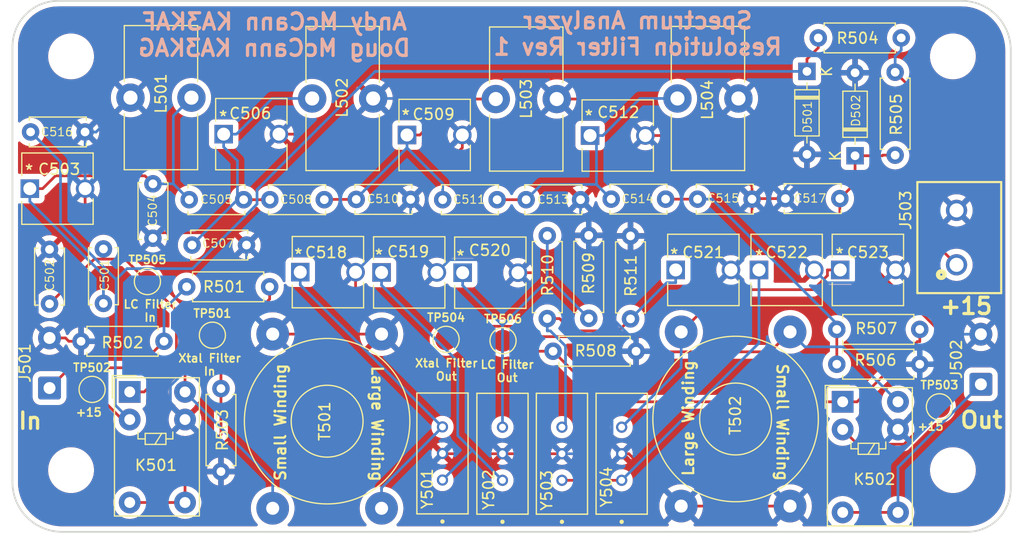
<source format=kicad_pcb>
(kicad_pcb (version 20240108) (generator "pcbnew") (generator_version "8.0")
  (title_block (title "Spectrum Analyzer Resolution Filter") (date "2022-12-11") (rev "0") (company "Andy McCann KA3KAF Doug McCann KA3KAG") (comment 1 "Rev 1 - fix xtal gnd pin and +15 silkscreen") (comment 2 "Wes Hayward W7ZOI") (comment 3 "Original Design By"))
  (layers (0 "F.Cu" signal) (31 "B.Cu" signal) (34 "B.Paste" user) (35 "F.Paste" user) (36 "B.SilkS" user "B.Silkscreen") (37 "F.SilkS" user "F.Silkscreen") (38 "B.Mask" user) (39 "F.Mask" user) (44 "Edge.Cuts" user))
  (net 0 "")
  (net 1 "/300kHz In")
  (net 2 "Net-(C501-Pad2)")
  (net 3 "GND")
  (net 4 "/501-in")
  (net 5 "Net-(C505-Pad2)")
  (net 6 "Net-(C514-Pad2)")
  (net 7 "Net-(C508-Pad2)")
  (net 8 "/502-in")
  (net 9 "Net-(C511-Pad2)")
  (net 10 "Net-(C519-Pad1)")
  (net 11 "/VIn")
  (net 12 "Net-(C520-Pad1)")
  (net 13 "Net-(C521-Pad1)")
  (net 14 "Net-(K501-Pad5)")
  (net 15 "Net-(C522-Pad1)")
  (net 16 "Net-(C523-Pad1)")
  (net 17 "Net-(J502-Pad1)")
  (net 18 "Net-(C524-Pad3)")
  (net 19 "/30kHz In")
  (net 20 "/300kHz Out")
  (net 21 "/30Khz Out")
  (net 22 "Net-(C518-Pad1)")
  (footprint "resolution-filters:GKG60015" (layer "F.Cu") (at 162.0359 88.1125)
    (property "Reference" "C521")
    (property "Value" "1.8p-10p" (hide yes))
  )
  (footprint "resolution-filters:GKG60015" (layer "F.Cu") (at 120.5169 75.6412)
    (property "Reference" "C506")
    (property "Value" "12p-60p" (hide yes))
  )
  (footprint "Inductor_THT:L_Toroid_Vertical_L13.0mm_W6.5mm_P5.60mm" (layer "F.Cu") (at 117.5572 72.2884 -90)
    (property "Reference" "L501")
    (property "Value" "1.15u")
  )
  (footprint "Resistor_THT:R_Axial_DIN0207_L6.3mm_D2.5mm_P7.62mm_Horizontal" (layer "F.Cu") (at 176.8348 96.774)
    (property "Reference" "R506")
    (property "Value" "10M")
  )
  (footprint "MountingHole:MountingHole_3.2mm_M3" (layer "F.Cu") (at 187.5 68.5)
    (property "Reference" "H503" (hide yes))
    (property "Value" "MountingHole")
  )
  (footprint "Resistor_THT:R_Axial_DIN0207_L6.3mm_D2.5mm_P7.62mm_Horizontal" (layer "F.Cu") (at 115.0366 94.6658 180)
    (property "Reference" "R502")
    (property "Value" "150")
  )
  (footprint "TestPoint:TestPoint_Pad_D2.0mm" (layer "F.Cu") (at 140.9446 94.488)
    (property "Reference" "TP504")
    (property "Value" "TestPoint")
  )
  (footprint "MountingHole:MountingHole_3.2mm_M3" (layer "F.Cu") (at 106.5 106.5)
    (property "Reference" "H502" (hide yes))
    (property "Value" "MountingHole")
  )
  (footprint "resolution-filters:GKG60015" (layer "F.Cu") (at 169.6875 88.1125)
    (property "Reference" "C522")
    (property "Value" "1.8p-10p" (hide yes))
  )
  (footprint "resolution-filters:GKG60015" (layer "F.Cu") (at 135.0203 88.3412)
    (property "Reference" "C519")
    (property "Value" "1.8p-10p" (hide yes))
  )
  (footprint "Resistor_THT:R_Axial_DIN0207_L6.3mm_D2.5mm_P7.62mm_Horizontal" (layer "F.Cu") (at 175.133 66.802)
    (property "Reference" "R504")
    (property "Value" "270")
  )
  (footprint "TestPoint:TestPoint_Pad_D2.0mm" (layer "F.Cu") (at 108.4326 99.0854)
    (property "Reference" "TP502")
    (property "Value" "TestPoint")
  )
  (footprint "Inductor_THT:L_Toroid_Vertical_L13.0mm_W6.5mm_P5.60mm" (layer "F.Cu") (at 145.5106 72.4154 90)
    (property "Reference" "L503")
    (property "Value" "1.15u")
  )
  (footprint "TestPoint:TestPoint_Pad_D2.0mm" (layer "F.Cu") (at 146.177 94.615)
    (property "Reference" "TP506")
    (property "Value" "TestPoint")
  )
  (footprint "Capacitor_THT:C_Disc_D5.0mm_W2.5mm_P5.00mm" (layer "F.Cu") (at 102.783 75.438)
    (property "Reference" "C516")
    (property "Value" ".1u")
  )
  (footprint "resolution-filters:GKG60015" (layer "F.Cu") (at 154.1719 75.7682)
    (property "Reference" "C512")
    (property "Value" "12p-60p" (hide yes))
  )
  (footprint "Resistor_THT:R_Axial_DIN0207_L6.3mm_D2.5mm_P7.62mm_Horizontal" (layer "F.Cu") (at 120.269 99.0092 -90)
    (property "Reference" "R503")
    (property "Value" "150")
  )
  (footprint "resolution-filters:GKG60015" (layer "F.Cu") (at 137.3571 75.7174)
    (property "Reference" "C509")
    (property "Value" "12p-60p" (hide yes))
  )
  (footprint "TestPoint:TestPoint_Pad_D2.0mm" (layer "F.Cu") (at 119.4816 94.107)
    (property "Reference" "TP501")
    (property "Value" "TestPoint")
  )
  (footprint "Inductor_THT:L_Toroid_Vertical_L13.0mm_W6.5mm_P5.60mm" (layer "F.Cu") (at 128.645 72.3646 90)
    (property "Reference" "L502")
    (property "Value" "1.15u")
  )
  (footprint "Capacitor_THT:C_Disc_D5.0mm_W2.5mm_P5.00mm" (layer "F.Cu") (at 164.0478 81.6102)
    (property "Reference" "C515")
    (property "Value" "120p")
  )
  (footprint "Capacitor_THT:C_Disc_D5.0mm_W2.5mm_P5.00mm" (layer "F.Cu") (at 177.1142 81.5594 180)
    (property "Reference" "C517")
    (property "Value" ".1u")
  )
  (footprint "resolution-filters:XTAL_ECS-10.7-7.5B" (layer "F.Cu") (at 151.5872 104.9959 90)
    (property "Reference" "Y503")
    (property "Value" "10.7MHz")
  )
  (footprint "Resistor_THT:R_Axial_DIN0207_L6.3mm_D2.5mm_P7.62mm_Horizontal" (layer "F.Cu") (at 150.7744 95.5802)
    (property "Reference" "R508")
    (property "Value" "10M")
  )
  (footprint "Connector_Wire:SolderWire-0.5sqmm_1x02_P4.6mm_D0.9mm_OD2.1mm" (layer "F.Cu") (at 104.521 98.961 90)
    (property "Reference" "J501")
    (property "Value" "Conn_Coaxial")
  )
  (footprint "Resistor_THT:R_Axial_DIN0207_L6.3mm_D2.5mm_P7.62mm_Horizontal" (layer "F.Cu") (at 150.241 84.963 -90)
    (property "Reference" "R510")
    (property "Value" "2.2k")
  )
  (footprint "Resistor_THT:R_Axial_DIN0207_L6.3mm_D2.5mm_P7.62mm_Horizontal" (layer "F.Cu") (at 117.1194 89.662)
    (property "Reference" "R501")
    (property "Value" "36")
  )
  (footprint "Capacitor_THT:C_Disc_D5.0mm_W2.5mm_P5.00mm" (layer "F.Cu") (at 148.2998 81.661)
    (property "Reference" "C513")
    (property "Value" "100p")
  )
  (footprint "Transformer_THT:Transformer_Toroid_Horizontal_D14.0mm_Amidon-T50" (layer "F.Cu") (at 125.0188 94.0054 -90)
    (property "Reference" "T501")
    (property "Value" "Transformer_1P_1S")
  )
  (footprint "resolution-filters:GKG60015" (layer "F.Cu") (at 127.5527 88.3158)
    (property "Reference" "C518")
    (property "Value" "1.8p-10p" (hide yes))
  )
  (footprint "Capacitor_THT:C_Disc_D5.0mm_W2.5mm_P5.00mm" (layer "F.Cu") (at 117.3518 81.6609)
    (property "Reference" "C505")
    (property "Value" "5.6p")
  )
  (footprint "Capacitor_THT:C_Disc_D5.0mm_W2.5mm_P5.00mm" (layer "F.Cu") (at 124.7587 81.6609)
    (property "Reference" "C508")
    (property "Value" "3.3p")
  )
  (footprint "Capacitor_THT:C_Disc_D5.0mm_W2.5mm_P5.00mm" (layer "F.Cu") (at 114.0206 80.2024 -90)
    (property "Reference" "C504")
    (property "Value" "100p")
  )
  (footprint "Capacitor_THT:C_Disc_D5.0mm_W2.5mm_P5.00mm" (layer "F.Cu") (at 117.6166 85.8266)
    (property "Reference" "C507")
    (property "Value" "150p")
  )
  (footprint "resolution-filters:XTAL_ECS-10.7-7.5B" (layer "F.Cu") (at 157.0736 104.9959 90)
    (property "Reference" "Y504")
    (property "Value" "10.7MHz")
  )
  (footprint "MountingHole:MountingHole_3.2mm_M3" (layer "F.Cu") (at 106.5 68.5)
    (property "Reference" "H501" (hide yes))
    (property "Value" "MountingHole")
  )
  (footprint "Capacitor_THT:C_Disc_D5.0mm_W2.5mm_P5.00mm" (layer "F.Cu") (at 132.6934 81.6356)
    (property "Reference" "C510")
    (property "Value" "150p")
  )
  (footprint "Resistor_THT:R_Axial_DIN0207_L6.3mm_D2.5mm_P7.62mm_Horizontal" (layer "F.Cu") (at 157.8864 92.6084 90)
    (property "Reference" "R511")
    (property "Value" "9.1k")
  )
  (footprint "Capacitor_THT:C_Disc_D5.0mm_W2.5mm_P5.00mm" (layer "F.Cu") (at 109.474 86.186 -90)
    (property "Reference" "C501")
    (property "Value" "56p")
  )
  (footprint "Transformer_THT:Transformer_Toroid_Horizontal_D14.0mm_Amidon-T50" (layer "F.Cu") (at 172.5384 109.8032 90)
    (property "Reference" "T502")
    (property "Value" "Transformer_1P_1S")
  )
  (footprint "Connector_Wire:SolderWire-0.5sqmm_1x02_P4.6mm_D0.9mm_OD2.1mm" (layer "F.Cu") (at 190.0682 98.6168 90)
    (property "Reference" "J502")
    (property "Value" "Conn_Coaxial")
  )
  (footprint "TestPoint:TestPoint_Pad_D2.0mm" (layer "F.Cu") (at 186.2582 100.6856)
    (property "Reference" "TP503")
    (property "Value" "TestPoint")
  )
  (footprint "TestPoint:TestPoint_Pad_D2.0mm" (layer "F.Cu") (at 113.5126 89.1794)
    (property "Reference" "TP505")
    (property "Value" "TestPoint")
  )
  (footprint "resolution-filters:XTAL_ECS-10.7-7.5B" (layer "F.Cu") (at 140.6144 104.9705 90)
    (property "Reference" "Y501")
    (property "Value" "10.7MHz")
  )
  (footprint "Resistor_THT:R_Axial_DIN0207_L6.3mm_D2.5mm_P7.62mm_Horizontal" (layer "F.Cu") (at 176.8348 93.5736)
    (property "Reference" "R507")
    (property "Value" "0")
  )
  (footprint "Capacitor_THT:C_Disc_D5.0mm_W2.5mm_P5.00mm" (layer "F.Cu") (at 156.1122 81.6102)
    (property "Reference" "C514")
    (property "Value" "56p")
  )
  (footprint "Capacitor_THT:C_Disc_D5.0mm_W2.5mm_P5.00mm" (layer "F.Cu") (at 140.6337 81.6609)
    (property "Reference" "C511")
    (property "Value" "5.6p")
  )
  (footprint "Diode_THT:D_DO-35_SOD27_P7.62mm_Horizontal" (layer "F.Cu") (at 174.0916 69.8754 -90)
    (property "Reference" "D501")
    (property "Value" "1N4148")
  )
  (footprint "Relay_THT:Relay_SPDT_Omron_G5V-1" (layer "F.Cu") (at 111.887 99.314)
    (property "Reference" "K501")
    (property "Value" "G5V-1")
  )
  (footprint "resolution-filters:GKG60015" (layer "F.Cu") (at 142.4686 88.3666)
    (property "Reference" "C520")
    (property "Value" "1.8p-10p" (hide yes))
  )
  (footprint "Resistor_THT:R_Axial_DIN0207_L6.3mm_D2.5mm_P7.62mm_Horizontal" (layer "F.Cu") (at 154.051 92.5576 90)
    (property "Reference" "R509")
    (property "Value" "9.1k")
  )
  (footprint "Inductor_THT:L_Toroid_Vertical_L13.0mm_W6.5mm_P5.60mm" (layer "F.Cu") (at 162.1984 72.3646 90)
    (property "Reference" "L504")
    (property "Value" "1.15u")
  )
  (footprint "resolution-filters:GKG60015" (layer "F.Cu") (at 177.1489 88.1125)
    (property "Reference" "C523")
    (property "Value" "1.8p-10p" (hide yes))
  )
  (footprint "Resistor_THT:R_Axial_DIN0207_L6.3mm_D2.5mm_P7.62mm_Horizontal" (layer "F.Cu") (at 182.1942 69.9516 -90)
    (property "Reference" "R505")
    (property "Value" "270")
  )
  (footprint "MountingHole:MountingHole_3.2mm_M3" (layer "F.Cu") (at 187.5 106.5)
    (property "Reference" "H504" (hide yes))
    (property "Value" "MountingHole")
  )
  (footprint "resolution-filters:691137710002" (layer "F.Cu") (at 187.833 85.1408 90)
    (property "Reference" "J503")
    (property "Value" "Terminal Block")
    (property "VALUE" "691137710002" (hide yes))
  )
  (footprint "Diode_THT:D_DO-35_SOD27_P7.62mm_Horizontal" (layer "F.Cu") (at 178.5112 77.6224 90)
    (property "Reference" "D502")
    (property "Value" "1N4148")
  )
  (footprint "Capacitor_THT:C_Disc_D5.0mm_W2.5mm_P5.00mm" (layer "F.Cu") (at 104.521 91.226 90)
    (property "Reference" "C502")
    (property "Value" "120p")
  )
  (footprint "resolution-filters:GKG60015" (layer "F.Cu") (at 102.7115 80.645)
    (property "Reference" "C503")
    (property "Value" "12p-60p" (hide yes))
  )
  (footprint "Relay_THT:Relay_SPDT_Omron_G5V-1" (layer "F.Cu") (at 177.3737 100.2239)
    (property "Reference" "K502")
    (property "Value" "G5V-1")
  )
  (footprint "resolution-filters:XTAL_ECS-10.7-7.5B" (layer "F.Cu") (at 146.1262 104.9958 90)
    (property "Reference" "Y502")
    (property "Value" "10.7MHz")
  )
  (gr_arc (start 101.117263 67.604851) (mid 102.349348 64.630345) (end 105.323854 63.39826) (stroke (width 0.16)) (layer "Edge.Cuts"))
  (gr_line (start 188.301482 63.39826) (end 105.323854 63.39826) (stroke (width 0.16)) (layer "Edge.Cuts"))
  (gr_arc (start 105.669624 112.16626) (mid 102.45063 110.832893) (end 101.117263 107.613899) (stroke (width 0.16)) (layer "Edge.Cuts"))
  (gr_line (start 192.811263 108.177585) (end 192.811263 67.908041) (stroke (width 0.16)) (layer "Edge.Cuts"))
  (gr_arc (start 192.811263 108.177585) (mid 191.643 110.998) (end 188.822588 112.16626) (stroke (width 0.16)) (layer "Edge.Cuts"))
  (gr_arc (start 188.301482 63.39826) (mid 191.490367 64.719153) (end 192.811263 67.908041) (stroke (width 0.16)) (layer "Edge.Cuts"))
  (gr_line (start 101.117263 67.604851) (end 101.117263 107.613899) (stroke (width 0.16)) (layer "Edge.Cuts"))
  (gr_line (start 105.669624 112.16626) (end 188.822588 112.16626) (stroke (width 0.16)) (layer "Edge.Cuts"))
  (gr_text "Andy McCann KA3KAF\nDoug McCann KA3KAG" (at 125.1712 66.5226 0) (layer "B.SilkS") (effects (font (size 1.5 1.5) (thickness 0.3)) (justify mirror)))
  (gr_text "Spectrum Analyzer\nResolution Filter Rev 1" (at 158.5468 66.421 0) (layer "B.SilkS") (effects (font (size 1.5 1.5) (thickness 0.3)) (justify mirror)))
  (gr_text "Large Winding" (at 163.195 101.727 90) (layer "F.SilkS") (effects (font (size 1 1) (thickness 0.2))))
  (gr_text "Small Winding" (at 171.831 102.108 270) (layer "F.SilkS") (effects (font (size 1 1) (thickness 0.2))))
  (gr_text "Large Winding" (at 134.62 102.235 270) (layer "F.SilkS") (effects (font (size 1 1) (thickness 0.2))))
  (gr_text "Small Winding" (at 125.73 102.108 90) (layer "F.SilkS") (effects (font (size 1 1) (thickness 0.2))))
  (gr_text "+15" (at 185.4454 102.489 0) (layer "F.SilkS") (effects (font (size 0.75 0.75))))
  (gr_text "LC Filter\nOut" (at 146.558 97.409 0) (layer "F.SilkS") (effects (font (size 0.75 0.75))))
  (gr_text "+15" (at 108.1278 101.1936 0) (layer "F.SilkS") (effects (font (size 0.75 0.75))))
  (gr_text "+15" (at 188.722 91.44 0) (layer "F.SilkS") (effects (font (size 1.5 1.5) (thickness 0.3))))
  (gr_text "Out" (at 190.119 101.9048 0) (layer "F.SilkS") (effects (font (size 1.5 1.5) (thickness 0.3))))
  (gr_text "Xtal Filter\nOut" (at 140.97 97.282 0) (layer "F.SilkS") (effects (font (size 0.75 0.75))))
  (gr_text "In" (at 102.743 101.981 0) (layer "F.SilkS") (effects (font (size 1.5 1.5) (thickness 0.3))))
  (gr_text "Xtal Filter\nIn" (at 119.2276 96.8248 0) (layer "F.SilkS") (effects (font (size 0.75 0.75))))
  (gr_text "LC Filter\nIn" (at 113.7666 91.8718 0) (layer "F.SilkS") (effects (font (size 0.75 0.75))))
  (segment (start 111.4509 87.1177) (end 113.5126 89.1794) (width 0.25) (layer "F.Cu") (net 1))
  (segment (start 111.887 99.314) (end 113.2123 99.314) (width 0.25) (layer "F.Cu") (net 1))
  (segment (start 116.1786 96.3477) (end 116.1786 91.8454) (width 0.25) (layer "F.Cu") (net 1))
  (segment (start 116.1786 91.8454) (end 113.5126 89.1794) (width 0.25) (layer "F.Cu") (net 1))
  (segment (start 109.474 87.1177) (end 111.4509 87.1177) (width 0.25) (layer "F.Cu") (net 1))
  (segment (start 109.474 87.1177) (end 109.474 86.186) (width 0.25) (layer "F.Cu") (net 1))
  (segment (start 108.6293 87.1177) (end 109.474 87.1177) (width 0.25) (layer "F.Cu") (net 1))
  (segment (start 113.2123 99.314) (end 116.1786 96.3477) (width 0.25) (layer "F.Cu") (net 1))
  (segment (start 104.521 91.226) (end 108.6293 87.1177) (width 0.25) (layer "F.Cu") (net 1))
  (segment (start 102.7115 80.645) (end 103.8877 80.645) (width 0.25) (layer "F.Cu") (net 2))
  (segment (start 113.287 79.4688) (end 105.0639 79.4688) (width 0.25) (layer "F.Cu") (net 2))
  (segment (start 114.0206 80.2024) (end 113.287 79.4688) (width 0.25) (layer "F.Cu") (net 2))
  (segment (start 105.0639 79.4688) (end 103.8877 80.645) (width 0.25) (layer "F.Cu") (net 2))
  (segment (start 102.7115 81.8212) (end 109.474 88.5837) (width 0.25) (layer "B.Cu") (net 2))
  (segment (start 115.8933 80.2024) (end 115.8933 73.9523) (width 0.25) (layer "B.Cu") (net 2))
  (segment (start 115.8933 73.9523) (end 117.5572 72.2884) (width 0.25) (layer "B.Cu") (net 2))
  (segment (start 114.0206 80.2024) (end 115.8933 80.2024) (width 0.25) (layer "B.Cu") (net 2))
  (segment (start 115.8933 80.2024) (end 117.3518 81.6609) (width 0.25) (layer "B.Cu") (net 2))
  (segment (start 109.474 88.5837) (end 109.474 91.186) (width 0.25) (layer "B.Cu") (net 2))
  (segment (start 102.7115 80.645) (end 102.7115 81.8212) (width 0.25) (layer "B.Cu") (net 2))
  (segment (start 174.7675 88.1125) (end 172.8356 86.1806) (width 0.25) (layer "F.Cu") (net 3))
  (segment (start 157.7311 104.9959) (end 162.5384 109.8032) (width 0.25) (layer "F.Cu") (net 3))
  (segment (start 140.6397 104.9958) (end 140.6144 104.9705) (width 0.25) (layer "F.Cu") (net 3))
  (segment (start 174.0916 76.3701) (end 178.5112 71.9505) (width 0.25) (layer "F.Cu") (net 3))
  (segment (start 130.9684 75.6412) (end 125.5969 75.6412) (width 0.25) (layer "F.Cu") (net 3))
  (segment (start 151.5871 104.9958) (end 146.1262 104.9958) (width 0.25) (layer "F.Cu") (net 3))
  (segment (start 104.521 94.361) (end 105.9865 94.361) (width 0.25) (layer "F.Cu") (net 3))
  (segment (start 105.9865 94.361) (end 106.2913 94.6658) (width 0.25) (layer "F.Cu") (net 3))
  (segment (start 107.7915 82.9555) (end 111.7737 82.9555) (width 0.25) (layer "F.Cu") (net 3))
  (segment (start 169.0478 86.1806) (end 167.1159 88.1125) (width 0.25) (layer "F.Cu") (net 3))
  (segment (start 107.7915 82.9555) (end 104.521 86.226) (width 0.25) (layer "F.Cu") (net 3))
  (segment (start 169.0478 81.5594) (end 169.0478 81.6102) (width 0.25) (layer "F.Cu") (net 3))
  (segment (start 159.2519 75.7682) (end 164.3948 75.7682) (width 0.25) (layer "F.Cu") (net 3))
  (segment (start 164.3948 75.7682) (end 167.7984 72.3646) (width 0.25) (layer "F.Cu") (net 3))
  (segment (start 146.1262 104.9958) (end 140.6397 104.9958) (width 0.25) (layer "F.Cu") (net 3))
  (segment (start 114.5283 84.6947) (end 114.0206 85.2024) (width 0.25) (layer "F.Cu") (net 3))
  (segment (start 142.4371 75.7174) (end 142.4371 76.8919) (width 0.25) (layer "F.Cu") (net 3))
  (segment (start 152.9257 84.9376) (end 149.4967 88.3666) (width 0.25) (layer "F.Cu") (net 3))
  (segment (start 155.8991 72.4154) (end 151.1106 72.4154) (width 0.25) (layer "F.Cu") (net 3))
  (segment (start 149.4967 88.3666) (end 147.5486 88.3666) (width 0.25) (layer "F.Cu") (net 3))
  (segment (start 157.0736 104.9959) (end 157.7311 104.9959) (width 0.25) (layer "F.Cu") (net 3))
  (segment (start 151.5872 104.9959) (end 151.5871 104.9958) (width 0.25) (layer "F.Cu") (net 3))
  (segment (start 159.1926 75.7682) (end 159.2519 75.7682) (width 0.25) (layer "F.Cu") (net 3))
  (segment (start 154.051 84.9376) (end 152.9257 84.9376) (width 0.25) (layer "F.Cu") (net 3))
  (segment (start 169.0478 81.6102) (end 169.0478 86.1806) (width 0.25) (layer "F.Cu") (net 3))
  (segment (start 169.0478 81.5594) (end 172.1142 81.5594) (width 0.25) (layer "F.Cu") (net 3))
  (segment (start 132.6327 94.0054) (end 125.0188 94.0054) (width 0.25) (layer "F.Cu") (net 3))
  (segment (start 174.0916 77.4954) (end 174.0916 76.3701) (width 0.25) (layer "F.Cu") (net 3))
  (segment (start 172.5384 109.8032) (end 162.5384 109.8032) (width 0.25) (layer "F.Cu") (net 3))
  (segment (start 164.3948 75.7682) (end 169.0478 80.4212) (width 0.25) (layer "F.Cu") (net 3))
  (segment (start 178.5112 71.9505) (end 178.5112 70.0024) (width 0.25) (layer "F.Cu") (net 3))
  (segment (start 111.7737 82.9555) (end 114.0206 85.2024) (width 0.25) (layer "F.Cu") (net 3))
  (segment (start 132.6327 94.0054) (end 132.6327 88.3158) (width 0.25) (layer "F.Cu") (net 3))
  (segment (start 121.4847 84.6947) (end 114.5283 84.6947) (width 0.25) (layer "F.Cu") (net 3))
  (segment (start 169.0478 80.4212) (end 169.0478 81.5594) (width 0.25) (layer "F.Cu") (net 3))
  (segment (start 134.245 72.3646) (end 130.9684 75.6412) (width 0.25) (layer "F.Cu") (net 3))
  (segment (start 153.2998 81.661) (end 159.1926 75.7682) (width 0.25) (layer "F.Cu") (net 3))
  (segment (start 159.2519 75.7682) (end 155.8991 72.4154) (width 0.25) (layer "F.Cu") (net 3))
  (segment (start 135.0188 94.0054) (end 132.6327 94.0054) (width 0.25) (layer "F.Cu") (net 3))
  (segment (start 142.4371 76.8919) (end 137.6934 81.6356) (width 0.25) (layer "F.Cu") (net 3))
  (segment (start 172.8356 86.1806) (end 169.0478 86.1806) (width 0.25) (layer "F.Cu") (net 3))
  (segment (start 107.7915 80.645) (end 107.7915 82.9555) (width 0.25) (layer "F.Cu") (net 3))
  (segment (start 122.6166 85.8266) (end 121.4847 84.6947) (width 0.25) (layer "F.Cu") (net 3))
  (segment (start 107.4166 94.6658) (end 106.2913 94.6658) (width 0.25) (layer "F.Cu") (net 3))
  (segment (start 137.6934 81.6356) (end 137.6934 85.9343) (width 0.25) (layer "B.Cu") (net 3))
  (segment (start 156.188 98.9119) (end 158.3944 96.7055) (width 0.25) (layer "B.Cu") (net 3))
  (segment (start 139.0843 72.3646) (end 134.245 72.3646) (width 0.25) (layer "B.Cu") (net 3))
  (segment (start 181.0526 92.2465) (end 184.4548 95.6487) (width 0.25) (layer "B.Cu") (net 3))
  (segment (start 190.0682 94.0168) (end 188.3373 94.0168) (width 0.25) (layer "B.Cu") (net 3))
  (segment (start 107.7915 75.4465) (end 107.783 75.438) (width 0.25) (layer "B.Cu") (net 3))
  (segment (start 103.395 87.352) (end 103.395 93.235) (width 0.25) (layer "B.Cu") (net 3))
  (segment (start 158.3944 95.5802) (end 158.3944 94.4549) (width 0.25) (layer "B.Cu") (net 3))
  (segment (start 155.3024 104.9959) (end 156.188 104.1103) (width 0.25) (layer "B.Cu") (net 3))
  (segment (start 116.967 101.854) (end 115.6244 100.5114) (width 0.25) (layer "B.Cu") (net 3))
  (segment (start 188.3373 94.0168) (end 185.5801 96.774) (width 0.25) (layer "B.Cu") (net 3))
  (segment (start 155.4314 91.7732) (end 155.4314 86.3181) (width 0.25) (layer "B.Cu") (net 3))
  (segment (start 107.7915 80.645) (end 107.7915 75.4465) (width 0.25) (layer "B.Cu") (net 3))
  (segment (start 154.051 86.0629) (end 155.1762 86.0629) (width 0.25) (layer "B.Cu") (net 3))
  (segment (start 153.2998 83.0611) (end 153.2998 81.661) (width 0.25) (layer "B.Cu") (net 3))
  (segment (start 135.0142 85.9343) (end 132.6327 88.3158) (width 0.25) (layer "B.Cu") (net 3))
  (segment (start 154.051 84.9376) (end 154.051 83.8123) (width 0.25) (layer "B.Cu") (net 3))
  (segment (start 154.051 83.8123) (end 153.2998 83.0611) (width 0.25) (layer "B.Cu") (net 3))
  (segment (start 108.7991 75.4465) (end 111.9572 72.2884) (width 0.25) (layer "B.Cu") (net 3))
  (segment (start 157.0736 104.9959) (end 156.188 104.1103) (width 0.25) (layer "B.Cu") (net 3))
  (segment (start 155.4314 86.3181) (end 156.7611 84.9884) (width 0.25) (layer "B.Cu") (net 3))
  (segment (start 156.188 104.1103) (end 156.188 98.9119) (width 0.25) (layer "B.Cu") (net 3))
  (segment (start 158.1131 94.4549) (end 155.4314 91.7732) (width 0.25) (layer "B.Cu") (net 3))
  (segment (start 115.6244 100.5114) (end 115.6244 98.7609) (width 0.25) (layer "B.Cu") (net 3))
  (segment (start 122.6166 85.8266) (end 122.6166 91.6032) (width 0.25) (layer "B.Cu") (net 3))
  (segment (start 104.521 86.226) (end 103.395 87.352) (width 0.25) (layer "B.Cu") (net 3))
  (segment (start 184.4548 96.774) (end 185.5801 96.774) (width 0.25) (layer "B.Cu") (net 3))
  (segment (start 175.9438 89.2888) (end 174.7675 88.1125) (width 0.25) (layer "B.Cu") (net 3))
  (segment (start 174.0916 77.4954) (end 174.0916 78.6207) (width 0.25) (layer "B.Cu") (net 3))
  (segment (start 122.6166 91.6032) (end 122.6994 91.6859) (width 0.25) (layer "B.Cu") (net 3))
  (segment (start 120.269 106.6292) (end 120.269 105.156) (width 0.25) (layer "B.Cu") (net 3))
  (segment (start 115.6244 98.7609) (end 122.6994 91.6859) (width 0.25) (layer "B.Cu") (net 3))
  (segment (start 151.5872 104.9959) (end 155.3024 104.9959) (width 0.25) (layer "B.Cu") (net 3))
  (segment (start 157.8864 84.9884) (end 156.7611 84.9884) (width 0.25) (layer "B.Cu") (net 3))
  (segment (start 158.3944 94.4549) (end 158.1131 94.4549) (width 0.25) (layer "B.Cu") (net 3))
  (segment (start 181.0526 89.2888) (end 175.9438 89.2888) (width 0.25) (layer "B.Cu") (net 3))
  (segment (start 103.395 93.235) (end 104.521 94.361) (width 0.25) (layer "B.Cu") (net 3))
  (segment (start 184.4548 96.774) (end 184.4548 95.6487) (width 0.25) (layer "B.Cu") (net 3))
  (segment (start 142.4371 75.7174) (end 139.0843 72.3646) (width 0.25) (layer "B.Cu") (net 3))
  (segment (start 181.0526 89.2888) (end 181.0526 92.2465) (width 0.25) (layer "B.Cu") (net 3))
  (segment (start 141.2718 87.1697) (end 140.1003 88.3412) (width 0.25) (layer "B.Cu") (net 3))
  (segment (start 187.7006 82.6408) (end 187.833 82.6408) (width 0.25) (layer "B.Cu") (net 3))
  (segment (start 122.6994 91.6859) (end 125.0188 94.0054) (width 0.25) (layer "B.Cu") (net 3))
  (segment (start 146.3517 87.1697) (end 141.2718 87.1697) (width 0.25) (layer "B.Cu") (net 3))
  (segment (start 182.2289 88.1125) (end 187.7006 82.6408) (width 0.25) (layer "B.Cu") (net 3))
  (segment (start 147.5486 88.3666) (end 146.3517 87.1697) (width 0.25) (layer "B.Cu") (net 3))
  (segment (start 184.4548 100.7628) (end 184.4548 96.774) (width 0.25) (layer "B.Cu") (net 3))
  (segment (start 107.7915 75.4465) (end 108.7991 75.4465) (width 0.25) (layer "B.Cu") (net 3))
  (segment (start 137.6934 85.9343) (end 135.0142 85.9343) (width 0.25) (layer "B.Cu") (net 3))
  (segment (start 172.1142 80.5981) (end 172.1142 81.5594) (width 0.25) (layer "B.Cu") (net 3))
  (segment (start 174.0916 78.6207) (end 172.1142 80.5981) (width 0.25) (layer "B.Cu") (net 3))
  (segment (start 154.051 84.9376) (end 154.051 86.0629) (width 0.25) (layer "B.Cu") (net 3))
  (segment (start 120.269 105.156) (end 116.967 101.854) (width 0.25) (layer "B.Cu") (net 3))
  (segment (start 155.1762 86.0629) (end 155.4314 86.3181) (width 0.25) (layer "B.Cu") (net 3))
  (segment (start 181.0526 89.2888) (end 182.2289 88.1125) (width 0.25) (layer "B.Cu") (net 3))
  (segment (start 182.4537 102.7639) (end 184.4548 100.7628) (width 0.25) (layer "B.Cu") (net 3))
  (segment (start 137.6934 85.9343) (end 140.1003 88.3412) (width 0.25) (layer "B.Cu") (net 3))
  (segment (start 158.3944 95.5802) (end 158.3944 96.7055) (width 0.25) (layer "B.Cu") (net 3))
  (segment (start 174.0916 68.7501) (end 175.133 67.7087) (width 0.25) (layer "F.Cu") (net 4))
  (segment (start 174.0916 69.8754) (end 174.0916 68.7501) (width 0.25) (layer "F.Cu") (net 4))
  (segment (start 111.887 101.854) (end 111.2012 101.854) (width 0.25) (layer "F.Cu") (net 4))
  (segment (start 111.2012 101.854) (end 108.4326 99.0854) (width 0.25) (layer "F.Cu") (net 4))
  (segment (start 175.133 67.7087) (end 175.133 66.802) (width 0.25) (layer "F.Cu") (net 4))
  (segment (start 110.6361 95.2609) (end 110.5616 95.3354) (width 0.25) (layer "B.Cu") (net 4))
  (segment (start 105.5301 83.8884) (end 110.6361 88.9944) (width 0.25) (layer "B.Cu") (net 4))
  (segment (start 123.5806 80.7304) (end 134.4356 69.8754) (width 0.25) (layer "B.Cu") (net 4))
  (segment (start 134.4356 69.8754) (end 174.0916 69.8754) (width 0.25) (layer "B.Cu") (net 4))
  (segment (start 105.5301 78.1851) (end 105.5301 83.8884) (width 0.25) (layer "B.Cu") (net 4))
  (segment (start 111.6376 87.9929) (end 117.6557 87.9929) (width 0.25) (layer "B.Cu") (net 4))
  (segment (start 110.5616 95.3354) (end 110.5616 100.5286) (width 0.25) (layer "B.Cu") (net 4))
  (segment (start 110.6361 88.9944) (end 110.6361 95.2609) (width 0.25) (layer "B.Cu") (net 4))
  (segment (start 117.6557 87.9929) (end 123.5806 82.068) (width 0.25) (layer "B.Cu") (net 4))
  (segment (start 123.5806 82.068) (end 123.5806 80.7304) (width 0.25) (layer "B.Cu") (net 4))
  (segment (start 102.783 75.438) (end 105.5301 78.1851) (width 0.25) (layer "B.Cu") (net 4))
  (segment (start 110.5616 100.5286) (end 111.887 101.854) (width 0.25) (layer "B.Cu") (net 4))
  (segment (start 110.6361 88.9944) (end 111.6376 87.9929) (width 0.25) (layer "B.Cu") (net 4))
  (segment (start 124.7587 81.6609) (end 122.3518 81.6609) (width 0.25) (layer "F.Cu") (net 5))
  (segment (start 124.9697 72.3646) (end 121.6931 75.6412) (width 0.25) (layer "B.Cu") (net 5))
  (segment (start 120.5169 75.6412) (end 120.5169 76.8174) (width 0.25) (layer "B.Cu") (net 5))
  (segment (start 120.5169 75.6412) (end 121.6931 75.6412) (width 0.25) (layer "B.Cu") (net 5))
  (segment (start 128.645 72.3646) (end 124.9697 72.3646) (width 0.25) (layer "B.Cu") (net 5))
  (segment (start 121.7823 78.0828) (end 120.5169 76.8174) (width 0.25) (layer "B.Cu") (net 5))
  (segment (start 121.7823 81.6609) (end 121.7823 78.0828) (width 0.25) (layer "B.Cu") (net 5))
  (segment (start 117.6166 85.8266) (end 121.7823 81.6609) (width 0.25) (layer "B.Cu") (net 5))
  (segment (start 121.7823 81.6609) (end 122.3518 81.6609) (width 0.25) (layer "B.Cu") (net 5))
  (segment (start 161.1122 81.6102) (end 164.0478 81.6102) (width 0.25) (layer "F.Cu") (net 6))
  (segment (start 176.8348 93.5736) (end 176.8348 96.774) (width 0.25) (layer "F.Cu") (net 6))
  (segment (start 164.0478 81.6102) (end 165.3827 81.6102) (width 0.25) (layer "B.Cu") (net 6))
  (segment (start 165.3827 81.6102) (end 176.8348 93.0623) (width 0.25) (layer "B.Cu") (net 6))
  (segment (start 176.8348 93.0623) (end 176.8348 93.5736) (width 0.25) (layer "B.Cu") (net 6))
  (segment (start 141.8353 72.4154) (end 145.5106 72.4154) (width 0.25) (layer "F.Cu") (net 7))
  (segment (start 138.5333 75.7174) (end 141.8353 72.4154) (width 0.25) (layer "F.Cu") (net 7))
  (segment (start 132.6934 81.6356) (end 129.784 81.6356) (width 0.25) (layer "F.Cu") (net 7))
  (segment (start 129.784 81.6356) (end 129.7587 81.6609) (width 0.25) (layer "F.Cu") (net 7))
  (segment (start 137.3571 75.7174) (end 138.5333 75.7174) (width 0.25) (layer "F.Cu") (net 7))
  (segment (start 132.6934 81.6356) (end 132.6934 81.5573) (width 0.25) (layer "B.Cu") (net 7))
  (segment (start 140.6337 81.6609) (end 140.6337 80.1702) (width 0.25) (layer "B.Cu") (net 7))
  (segment (start 137.3571 75.7174) (end 137.3571 76.8936) (width 0.25) (layer "B.Cu") (net 7))
  (segment (start 132.6934 81.5573) (end 137.3571 76.8936) (width 0.25) (layer "B.Cu") (net 7))
  (segment (start 140.6337 80.1702) (end 137.3571 76.8936) (width 0.25) (layer "B.Cu") (net 7))
  (segment (start 181.0181 77.6224) (end 181.0689 77.5716) (width 0.25) (layer "F.Cu") (net 8))
  (segment (start 186.2582 93.723) (end 186.2582 100.6856) (width 0.25) (layer "F.Cu") (net 8))
  (segment (start 183.4162 91.0278) (end 183.563 91.0278) (width 0.25) (layer "F.Cu") (net 8))
  (segment (start 186.2582 100.8618) (end 186.2582 100.6856) (width 0.25) (layer "F.Cu") (net 8))
  (segment (start 178.5112 80.1624) (end 178.5112 77.6224) (width 0.25) (layer "F.Cu") (net 8))
  (segment (start 182.1942 77.5716) (end 181.0689 77.5716) (width 0.25) (layer "F.Cu") (net 8))
  (segment (start 178.5112 77.6224) (end 181.0181 77.6224) (width 0.25) (layer "F.Cu") (net 8))
  (segment (start 178.7317 104.1219) (end 182.9981 104.1219) (width 0.25) (layer "F.Cu") (net 8))
  (segment (start 177.1142 81.5594) (end 177.1142 84.7258) (width 0.25) (layer "F.Cu") (net 8))
  (segment (start 177.1142 84.7258) (end 183.4162 91.0278) (width 0.25) (layer "F.Cu") (net 8))
  (segment (start 177.3737 102.7639) (end 178.7317 104.1219) (width 0.25) (layer "F.Cu") (net 8))
  (segment (start 177.1142 81.5594) (end 178.5112 80.1624) (width 0.25) (layer "F.Cu") (net 8))
  (segment (start 182.9981 104.1219) (end 186.2582 100.8618) (width 0.25) (layer "F.Cu") (net 8))
  (segment (start 183.563 91.0278) (end 186.2582 93.723) (width 0.25) (layer "F.Cu") (net 8))
  (segment (start 145.6338 81.661) (end 145.6337 81.6609) (width 0.25) (layer "F.Cu") (net 9))
  (segment (start 148.2998 81.661) (end 145.6338 81.661) (width 0.25) (layer "F.Cu") (net 9))
  (segment (start 154.76 80.258) (end 156.1122 81.6102) (width 0.25) (layer "B.Cu") (net 9))
  (segment (start 162.1984 72.3646) (end 158.7517 72.3646) (width 0.25) (layer "B.Cu") (net 9))
  (segment (start 154.76 75.7682) (end 154.76 80.258) (width 0.25) (layer "B.Cu") (net 9))
  (segment (start 148.2998 81.661) (end 149.7028 80.258) (width 0.25) (layer "B.Cu") (net 9))
  (segment (start 154.1719 75.7682) (end 154.76 75.7682) (width 0.25) (layer "B.Cu") (net 9))
  (segment (start 158.7517 72.3646) (end 155.3481 75.7682) (width 0.25) (layer "B.Cu") (net 9))
  (segment (start 154.76 75.7682) (end 155.3481 75.7682) (width 0.25) (layer "B.Cu") (net 9))
  (segment (start 149.7028 80.258) (end 154.76 80.258) (width 0.25) (layer "B.Cu") (net 9))
  (segment (start 142.0182 96.5153) (end 135.0203 89.5174) (width 0.25) (layer "B.Cu") (net 10))
  (segment (start 143.3577 104.6672) (end 142.0182 103.3278) (width 0.25) (layer "B.Cu") (net 10))
  (segment (start 142.0182 103.3278) (end 142.0182 96.5153) (width 0.25) (layer "B.Cu") (net 10))
  (segment (start 143.3577 104.6672) (end 140.6144 107.4105) (width 0.25) (layer "B.Cu") (net 10))
  (segment (start 135.0203 88.3412) (end 135.0203 89.5174) (width 0.25) (layer "B.Cu") (net 10))
  (segment (start 146.1262 107.4358) (end 143.3577 104.6672) (width 0.25) (layer "B.Cu") (net 10))
  (segment (start 112.6046 97.0978) (end 106.3842 97.0978) (width 0.25) (layer "F.Cu") (net 11))
  (segment (start 106.3842 97.0978) (end 104.521 98.961) (width 0.25) (layer "F.Cu") (net 11))
  (segment (start 115.0366 94.6658) (end 112.6046 97.0978) (width 0.25) (layer "F.Cu") (net 11))
  (segment (start 117.1194 89.662) (end 115.0366 91.7448) (width 0.25) (layer "B.Cu") (net 11))
  (segment (start 115.0366 91.7448) (end 115.0366 94.6658) (width 0.25) (layer "B.Cu") (net 11))
  (segment (start 146.1262 93.2004) (end 150.41 88.9166) (width 0.25) (layer "B.Cu") (net 12))
  (segment (start 150.41 88.9166) (end 150.241 88.7476) (width 0.25) (layer "B.Cu") (net 12))
  (segment (start 150.241 88.7476) (end 150.241 84.963) (width 0.25) (layer "B.Cu") (net 12))
  (segment (start 142.4686 88.3666) (end 142.4686 89.5428) (width 0.25) (layer "B.Cu") (net 12))
  (segment (start 154.051 92.5576) (end 150.41 88.9166) (width 0.25) (layer "B.Cu") (net 12))
  (segment (start 146.1262 102.5558) (end 146.1262 93.2004) (width 0.25) (layer "B.Cu") (net 12))
  (segment (start 146.1262 93.2004) (end 142.4686 89.5428) (width 0.25) (layer "B.Cu") (net 12))
  (segment (start 157.8864 92.6084) (end 156.7865 93.7083) (width 0.25) (layer "F.Cu") (net 13))
  (segment (start 150.241 92.583) (end 151.3663 92.583) (width 0.25) (layer "F.Cu") (net 13))
  (segment (start 156.7865 93.7083) (end 152.4916 93.7083) (width 0.25) (layer "F.Cu") (net 13))
  (segment (start 152.4916 93.7083) (end 151.3663 92.583) (width 0.25) (layer "F.Cu") (net 13))
  (segment (start 162.0359 88.1125) (end 162.0359 89.2887) (width 0.25) (layer "B.Cu") (net 13))
  (segment (start 150.5223 93.7083) (end 150.241 93.7083) (width 0.25) (layer "B.Cu") (net 13))
  (segment (start 151.9157 95.1017) (end 150.5223 93.7083) (width 0.25) (layer "B.Cu") (net 13))
  (segment (start 161.2061 89.2887) (end 162.0359 89.2887) (width 0.25) (layer "B.Cu") (net 13))
  (segment (start 150.241 92.583) (end 150.241 93.7083) (width 0.25) (layer "B.Cu") (net 13))
  (segment (start 157.8864 92.6084) (end 161.2061 89.2887) (width 0.25) (layer "B.Cu") (net 13))
  (segment (start 151.9157 102.2274) (end 151.9157 95.1017) (width 0.25) (layer "B.Cu") (net 13))
  (segment (start 151.5872 102.5559) (end 151.9157 102.2274) (width 0.25) (layer "B.Cu") (net 13))
  (segment (start 116.967 109.474) (end 116.967 106.5261) (width 0.25) (layer "F.Cu") (net 14))
  (segment (start 120.269 99.0092) (end 120.269 95.2577) (width 0.25) (layer "F.Cu") (net 14))
  (segment (start 116.967 106.5261) (end 120.269 103.2241) (width 0.25) (layer "F.Cu") (net 14))
  (segment (start 120.269 95.2577) (end 124.7394 90.7873) (width 0.25) (layer "F.Cu") (net 14))
  (segment (start 116.967 109.474) (end 111.887 109.474) (width 0.25) (layer "F.Cu") (net 14))
  (segment (start 120.269 103.2241) (end 120.269 99.0092) (width 0.25) (layer "F.Cu") (net 14))
  (segment (start 124.7394 89.662) (end 124.7394 90.7873) (width 0.25) (layer "F.Cu") (net 14))
  (segment (start 157.0736 107.4359) (end 151.5872 107.4359) (width 0.25) (layer "F.Cu") (net 15))
  (segment (start 169.6875 94.822) (end 169.6875 88.1125) (width 0.25) (layer "B.Cu") (net 15))
  (segment (start 157.0736 107.4359) (end 169.6875 94.822) (width 0.25) (layer "B.Cu") (net 15))
  (segment (start 166.4159 89.9257) (end 174.6742 89.9257) (width 0.25) (layer "F.Cu") (net 16))
  (segment (start 162.5384 93.8032) (end 166.4159 89.9257) (width 0.25) (layer "F.Cu") (net 16))
  (segment (start 174.6742 89.9257) (end 175.9727 88.6272) (width 0.25) (layer "F.Cu") (net 16))
  (segment (start 177.1489 88.1125) (end 175.9727 88.1125) (width 0.25) (layer "F.Cu") (net 16))
  (segment (start 175.9727 88.6272) (end 175.9727 88.1125) (width 0.25) (layer "F.Cu") (net 16))
  (segment (start 162.5384 97.0911) (end 157.0736 102.5559) (width 0.25) (layer "B.Cu") (net 16))
  (segment (start 162.5384 93.8032) (end 162.5384 97.0911) (width 0.25) (layer "B.Cu") (net 16))
  (segment (start 182.4537 110.3839) (end 177.3737 110.3839) (width 0.25) (layer "F.Cu") (net 17))
  (segment (start 182.4537 106.2313) (end 190.0682 98.6168) (width 0.25) (layer "B.Cu") (net 17))
  (segment (start 182.4537 110.3839) (end 182.4537 106.2313) (width 0.25) (layer "B.Cu") (net 17))
  (segment (start 187.833 87.6408) (end 185.5746 85.3824) (width 0.25) (layer "F.Cu") (net 18))
  (segment (start 185.5746 73.332) (end 182.1942 69.9516) (width 0.25) (layer "F.Cu") (net 18))
  (segment (start 185.5746 85.3824) (end 185.5746 73.332) (width 0.25) (layer "F.Cu") (net 18))
  (segment (start 182.753 66.802) (end 182.753 67.9273) (width 0.25) (layer "B.Cu") (net 18))
  (segment (start 182.1942 68.4861) (end 182.1942 69.9516) (width 0.25) (layer "B.Cu") (net 18))
  (segment (start 182.753 67.9273) (end 182.1942 68.4861) (width 0.25) (layer "B.Cu") (net 18))
  (segment (start 116.967 99.314) (end 116.967 96.6216) (width 0.25) (layer "F.Cu") (net 19))
  (segment (start 116.967 96.6216) (end 119.4816 94.107) (width 0.25) (layer "F.Cu") (net 19))
  (segment (start 116.967 99.314) (end 125.0188 107.3658) (width 0.25) (layer "B.Cu") (net 19))
  (segment (start 125.0188 107.3658) (end 125.0188 110.0054) (width 0.25) (layer "B.Cu") (net 19))
  (segment (start 178.699 100.2239) (end 184.224 94.6989) (width 0.25) (layer "F.Cu") (net 20))
  (segment (start 184.224 94.6989) (end 184.4548 94.6989) (width 0.25) (layer "F.Cu") (net 20))
  (segment (start 184.4548 93.5736) (end 184.4548 94.6989) (width 0.25) (layer "F.Cu") (net 20))
  (segment (start 147.1422 95.5802) (end 146.177 94.615) (width 0.25) (layer "F.Cu") (net 20))
  (segment (start 177.3737 100.2239) (end 178.699 100.2239) (width 0.25) (layer "F.Cu") (net 20))
  (segment (start 177.3737 100.2239) (end 155.4181 100.2239) (width 0.25) (layer "F.Cu") (net 20))
  (segment (start 155.4181 100.2239) (end 150.7744 95.5802) (width 0.25) (layer "F.Cu") (net 20))
  (segment (start 150.7744 95.5802) (end 147.1422 95.5802) (width 0.25) (layer "F.Cu") (net 20))
  (segment (start 170.7067 95.6349) (end 161.0597 95.6349) (width 0.25) (layer "F.Cu") (net 21))
  (segment (start 161.0597 95.6349) (end 159.6657 94.2409) (width 0.25) (layer "F.Cu") (net 21))
  (segment (start 147.1141 93.2871) (end 142.1455 93.2871) (width 0.25) (layer "F.Cu") (net 21))
  (segment (start 148.0679 94.2409) (end 147.1141 93.2871) (width 0.25) (layer "F.Cu") (net 21))
  (segment (start 172.5384 93.8032) (end 170.7067 95.6349) (width 0.25) (layer "F.Cu") (net 21))
  (segment (start 142.1455 93.2871) (end 140.9446 94.488) (width 0.25) (layer "F.Cu") (net 21))
  (segment (start 159.6657 94.2409) (end 148.0679 94.2409) (width 0.25) (layer "F.Cu") (net 21))
  (segment (start 182.4537 100.2239) (end 177.4036 95.1738) (width 0.25) (layer "B.Cu") (net 21))
  (segment (start 177.4036 95.1738) (end 173.909 95.1738) (width 0.25) (layer "B.Cu") (net 21))
  (segment (start 173.909 95.1738) (end 172.5384 93.8032) (width 0.25) (layer "B.Cu") (net 21))
  (segment (start 135.0188 108.1261) (end 135.0188 110.0054) (width 0.25) (layer "B.Cu") (net 22))
  (segment (start 140.6144 102.5305) (end 140.6028 102.5421) (width 0.25) (layer "B.Cu") (net 22))
  (segment (start 127.5527 88.3158) (end 127.5527 89.492) (width 0.25) (layer "B.Cu") (net 22))
  (segment (start 127.5527 89.492) (end 140.6028 102.5421) (width 0.25) (layer "B.Cu") (net 22))
  (segment (start 140.6028 102.5421) (end 135.0188 108.1261) (width 0.25) (layer "B.Cu") (net 22))
  (zone (net 3) (net_name "GND") (layers "F&B.Cu") (connect_pads (clearance 0.508)) (min_thickness 0.254) (fill yes (thermal_gap 0.508) (thermal_bridge_width 0.508))
    (polygon (pts (xy 191.516 64.77) (xy 192.786 67.437) (xy 192.786 108.712) (xy 191.643 110.871) (xy 189.357 112.141) (xy 105.029 112.141) (xy 102.362 110.744) (xy 101.092 108.204) (xy 101.219 66.929) (xy 102.616 64.262) (xy 104.775 63.373) (xy 188.849 63.373)))
  )
)
</source>
